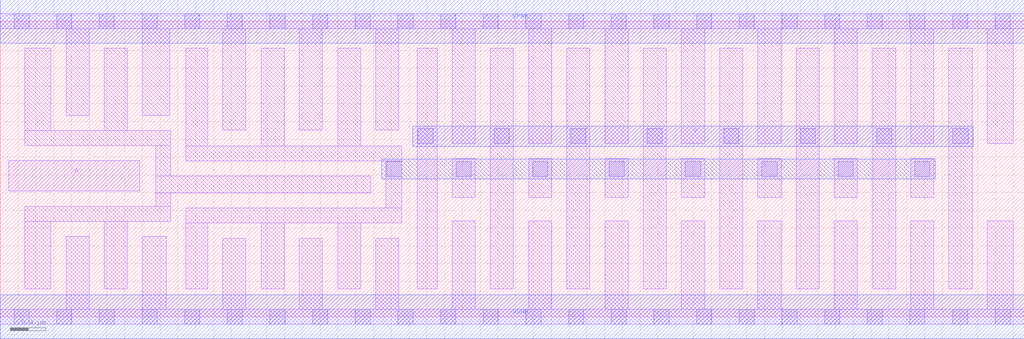
<source format=lef>
# Copyright 2020 The SkyWater PDK Authors
#
# Licensed under the Apache License, Version 2.0 (the "License");
# you may not use this file except in compliance with the License.
# You may obtain a copy of the License at
#
#     https://www.apache.org/licenses/LICENSE-2.0
#
# Unless required by applicable law or agreed to in writing, software
# distributed under the License is distributed on an "AS IS" BASIS,
# WITHOUT WARRANTIES OR CONDITIONS OF ANY KIND, either express or implied.
# See the License for the specific language governing permissions and
# limitations under the License.
#
# SPDX-License-Identifier: Apache-2.0

VERSION 5.7 ;
  NOWIREEXTENSIONATPIN ON ;
  DIVIDERCHAR "/" ;
  BUSBITCHARS "[]" ;
UNITS
  DATABASE MICRONS 200 ;
END UNITS
MACRO sky130_fd_sc_lp__bufinv_16
  CLASS CORE ;
  FOREIGN sky130_fd_sc_lp__bufinv_16 ;
  ORIGIN  0.000000  0.000000 ;
  SIZE  11.52000 BY  3.330000 ;
  SYMMETRY X Y R90 ;
  SITE unit ;
  PIN A
    ANTENNAGATEAREA  0.945000 ;
    DIRECTION INPUT ;
    USE SIGNAL ;
    PORT
      LAYER li1 ;
        RECT 0.095000 1.415000 1.570000 1.760000 ;
    END
  END A
  PIN Y
    ANTENNADIFFAREA  4.704000 ;
    DIRECTION OUTPUT ;
    USE SIGNAL ;
    PORT
      LAYER met1 ;
        RECT 4.640000 1.920000 10.950000 2.150000 ;
    END
  END Y
  PIN VGND
    DIRECTION INOUT ;
    USE GROUND ;
    PORT
      LAYER met1 ;
        RECT 0.000000 -0.245000 11.520000 0.245000 ;
    END
  END VGND
  PIN VPWR
    DIRECTION INOUT ;
    USE POWER ;
    PORT
      LAYER met1 ;
        RECT 0.000000 3.085000 11.520000 3.575000 ;
    END
  END VPWR
  OBS
    LAYER li1 ;
      RECT  0.000000 -0.085000 11.520000 0.085000 ;
      RECT  0.000000  3.245000 11.520000 3.415000 ;
      RECT  0.275000  0.315000  0.570000 1.075000 ;
      RECT  0.275000  1.075000  1.920000 1.245000 ;
      RECT  0.275000  1.930000  1.920000 2.100000 ;
      RECT  0.275000  2.100000  0.570000 3.025000 ;
      RECT  0.740000  0.085000  1.000000 0.905000 ;
      RECT  0.740000  2.270000  1.000000 3.245000 ;
      RECT  1.170000  0.315000  1.430000 1.075000 ;
      RECT  1.170000  2.100000  1.430000 3.025000 ;
      RECT  1.600000  0.085000  1.870000 0.905000 ;
      RECT  1.600000  2.270000  1.905000 3.245000 ;
      RECT  1.750000  1.245000  1.920000 1.395000 ;
      RECT  1.750000  1.395000  4.170000 1.585000 ;
      RECT  1.750000  1.585000  1.920000 1.930000 ;
      RECT  2.090000  0.315000  2.335000 1.055000 ;
      RECT  2.090000  1.055000  4.520000 1.225000 ;
      RECT  2.090000  1.755000  4.520000 1.925000 ;
      RECT  2.090000  1.925000  2.335000 3.025000 ;
      RECT  2.505000  0.085000  2.765000 0.885000 ;
      RECT  2.505000  2.105000  2.765000 3.245000 ;
      RECT  2.935000  0.315000  3.195000 1.055000 ;
      RECT  2.935000  1.925000  3.195000 3.025000 ;
      RECT  3.365000  0.085000  3.625000 0.885000 ;
      RECT  3.365000  2.105000  3.625000 3.245000 ;
      RECT  3.795000  0.315000  4.055000 1.055000 ;
      RECT  3.795000  1.925000  4.055000 3.025000 ;
      RECT  4.225000  0.085000  4.485000 0.885000 ;
      RECT  4.225000  2.105000  4.485000 3.245000 ;
      RECT  4.340000  1.225000  4.520000 1.755000 ;
      RECT  4.690000  0.315000  4.915000 3.025000 ;
      RECT  5.085000  0.085000  5.345000 1.080000 ;
      RECT  5.085000  1.345000  5.345000 1.785000 ;
      RECT  5.085000  1.955000  5.345000 3.245000 ;
      RECT  5.515000  0.315000  5.775000 3.025000 ;
      RECT  5.945000  0.085000  6.205000 1.080000 ;
      RECT  5.945000  1.345000  6.205000 1.785000 ;
      RECT  5.945000  1.955000  6.205000 3.245000 ;
      RECT  6.375000  0.315000  6.635000 3.025000 ;
      RECT  6.805000  0.085000  7.065000 1.080000 ;
      RECT  6.805000  1.345000  7.065000 1.785000 ;
      RECT  6.805000  1.955000  7.065000 3.245000 ;
      RECT  7.235000  0.315000  7.495000 3.025000 ;
      RECT  7.665000  0.085000  7.925000 1.080000 ;
      RECT  7.665000  1.345000  7.925000 1.785000 ;
      RECT  7.665000  1.955000  7.925000 3.245000 ;
      RECT  8.095000  0.315000  8.355000 3.025000 ;
      RECT  8.525000  0.085000  8.785000 1.080000 ;
      RECT  8.525000  1.345000  8.785000 1.785000 ;
      RECT  8.525000  1.955000  8.785000 3.245000 ;
      RECT  8.955000  0.315000  9.215000 3.025000 ;
      RECT  9.385000  0.085000  9.645000 1.080000 ;
      RECT  9.385000  1.345000  9.645000 1.785000 ;
      RECT  9.385000  1.955000  9.645000 3.245000 ;
      RECT  9.815000  0.315000 10.075000 3.025000 ;
      RECT 10.245000  0.085000 10.505000 1.080000 ;
      RECT 10.245000  1.345000 10.505000 1.785000 ;
      RECT 10.245000  1.955000 10.505000 3.245000 ;
      RECT 10.675000  0.315000 10.935000 3.025000 ;
      RECT 11.105000  0.085000 11.400000 1.080000 ;
      RECT 11.105000  1.955000 11.400000 3.245000 ;
    LAYER mcon ;
      RECT  0.155000 -0.085000  0.325000 0.085000 ;
      RECT  0.155000  3.245000  0.325000 3.415000 ;
      RECT  0.635000 -0.085000  0.805000 0.085000 ;
      RECT  0.635000  3.245000  0.805000 3.415000 ;
      RECT  1.115000 -0.085000  1.285000 0.085000 ;
      RECT  1.115000  3.245000  1.285000 3.415000 ;
      RECT  1.595000 -0.085000  1.765000 0.085000 ;
      RECT  1.595000  3.245000  1.765000 3.415000 ;
      RECT  2.075000 -0.085000  2.245000 0.085000 ;
      RECT  2.075000  3.245000  2.245000 3.415000 ;
      RECT  2.555000 -0.085000  2.725000 0.085000 ;
      RECT  2.555000  3.245000  2.725000 3.415000 ;
      RECT  3.035000 -0.085000  3.205000 0.085000 ;
      RECT  3.035000  3.245000  3.205000 3.415000 ;
      RECT  3.515000 -0.085000  3.685000 0.085000 ;
      RECT  3.515000  3.245000  3.685000 3.415000 ;
      RECT  3.995000 -0.085000  4.165000 0.085000 ;
      RECT  3.995000  3.245000  4.165000 3.415000 ;
      RECT  4.350000  1.580000  4.520000 1.750000 ;
      RECT  4.475000 -0.085000  4.645000 0.085000 ;
      RECT  4.475000  3.245000  4.645000 3.415000 ;
      RECT  4.700000  1.950000  4.870000 2.120000 ;
      RECT  4.955000 -0.085000  5.125000 0.085000 ;
      RECT  4.955000  3.245000  5.125000 3.415000 ;
      RECT  5.130000  1.580000  5.300000 1.750000 ;
      RECT  5.435000 -0.085000  5.605000 0.085000 ;
      RECT  5.435000  3.245000  5.605000 3.415000 ;
      RECT  5.560000  1.950000  5.730000 2.120000 ;
      RECT  5.915000 -0.085000  6.085000 0.085000 ;
      RECT  5.915000  3.245000  6.085000 3.415000 ;
      RECT  5.990000  1.580000  6.160000 1.750000 ;
      RECT  6.395000 -0.085000  6.565000 0.085000 ;
      RECT  6.395000  3.245000  6.565000 3.415000 ;
      RECT  6.420000  1.950000  6.590000 2.120000 ;
      RECT  6.850000  1.580000  7.020000 1.750000 ;
      RECT  6.875000 -0.085000  7.045000 0.085000 ;
      RECT  6.875000  3.245000  7.045000 3.415000 ;
      RECT  7.280000  1.950000  7.450000 2.120000 ;
      RECT  7.355000 -0.085000  7.525000 0.085000 ;
      RECT  7.355000  3.245000  7.525000 3.415000 ;
      RECT  7.710000  1.580000  7.880000 1.750000 ;
      RECT  7.835000 -0.085000  8.005000 0.085000 ;
      RECT  7.835000  3.245000  8.005000 3.415000 ;
      RECT  8.140000  1.950000  8.310000 2.120000 ;
      RECT  8.315000 -0.085000  8.485000 0.085000 ;
      RECT  8.315000  3.245000  8.485000 3.415000 ;
      RECT  8.570000  1.580000  8.740000 1.750000 ;
      RECT  8.795000 -0.085000  8.965000 0.085000 ;
      RECT  8.795000  3.245000  8.965000 3.415000 ;
      RECT  9.000000  1.950000  9.170000 2.120000 ;
      RECT  9.275000 -0.085000  9.445000 0.085000 ;
      RECT  9.275000  3.245000  9.445000 3.415000 ;
      RECT  9.430000  1.580000  9.600000 1.750000 ;
      RECT  9.755000 -0.085000  9.925000 0.085000 ;
      RECT  9.755000  3.245000  9.925000 3.415000 ;
      RECT  9.860000  1.950000 10.030000 2.120000 ;
      RECT 10.235000 -0.085000 10.405000 0.085000 ;
      RECT 10.235000  3.245000 10.405000 3.415000 ;
      RECT 10.290000  1.580000 10.460000 1.750000 ;
      RECT 10.715000 -0.085000 10.885000 0.085000 ;
      RECT 10.715000  3.245000 10.885000 3.415000 ;
      RECT 10.720000  1.950000 10.890000 2.120000 ;
      RECT 11.195000 -0.085000 11.365000 0.085000 ;
      RECT 11.195000  3.245000 11.365000 3.415000 ;
    LAYER met1 ;
      RECT 4.290000 1.550000 10.520000 1.780000 ;
  END
END sky130_fd_sc_lp__bufinv_16
END LIBRARY

</source>
